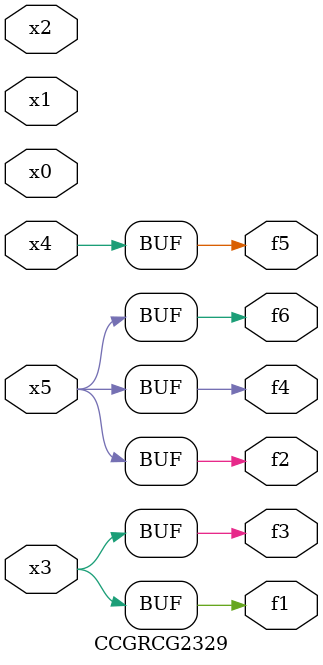
<source format=v>
module CCGRCG2329(
	input x0, x1, x2, x3, x4, x5,
	output f1, f2, f3, f4, f5, f6
);
	assign f1 = x3;
	assign f2 = x5;
	assign f3 = x3;
	assign f4 = x5;
	assign f5 = x4;
	assign f6 = x5;
endmodule

</source>
